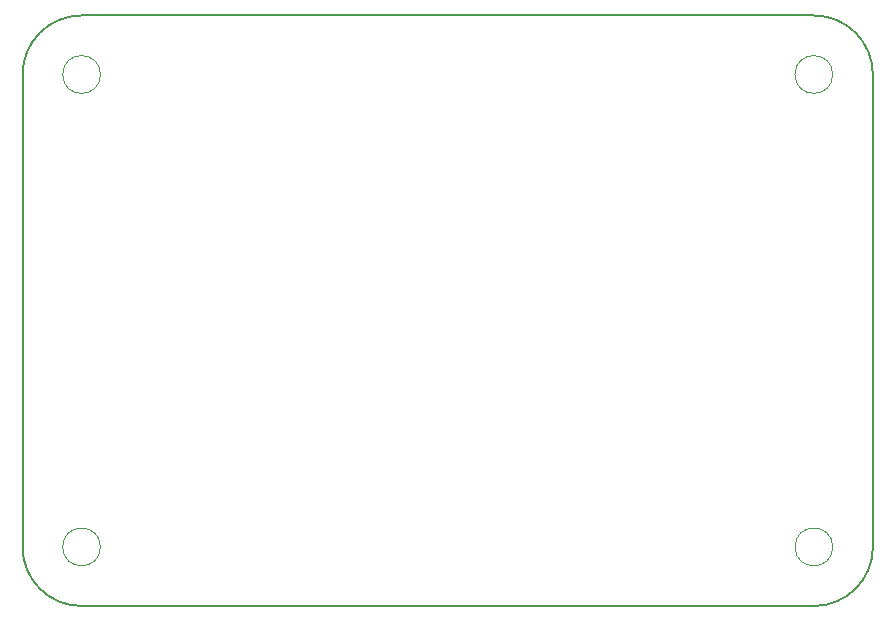
<source format=gm1>
G04 #@! TF.GenerationSoftware,KiCad,Pcbnew,8.0.2*
G04 #@! TF.CreationDate,2024-05-03T17:36:46+02:00*
G04 #@! TF.ProjectId,WLED_Controller_PWM,574c4544-5f43-46f6-9e74-726f6c6c6572,rev?*
G04 #@! TF.SameCoordinates,Original*
G04 #@! TF.FileFunction,Profile,NP*
%FSLAX46Y46*%
G04 Gerber Fmt 4.6, Leading zero omitted, Abs format (unit mm)*
G04 Created by KiCad (PCBNEW 8.0.2) date 2024-05-03 17:36:46*
%MOMM*%
%LPD*%
G01*
G04 APERTURE LIST*
G04 #@! TA.AperFunction,Profile*
%ADD10C,0.200000*%
G04 #@! TD*
G04 #@! TA.AperFunction,Profile*
%ADD11C,0.100000*%
G04 #@! TD*
G04 APERTURE END LIST*
D10*
X72000000Y5000000D02*
X72000000Y45000000D01*
D11*
X68600000Y5000000D02*
G75*
G02*
X65400000Y5000000I-1600000J0D01*
G01*
X65400000Y5000000D02*
G75*
G02*
X68600000Y5000000I1600000J0D01*
G01*
X6600000Y5000000D02*
G75*
G02*
X3400000Y5000000I-1600000J0D01*
G01*
X3400000Y5000000D02*
G75*
G02*
X6600000Y5000000I1600000J0D01*
G01*
D10*
X67000000Y50000000D02*
X5000000Y50000000D01*
D11*
X68600000Y45000000D02*
G75*
G02*
X65400000Y45000000I-1600000J0D01*
G01*
X65400000Y45000000D02*
G75*
G02*
X68600000Y45000000I1600000J0D01*
G01*
D10*
X72000000Y5000000D02*
G75*
G02*
X67000000Y0I-5000000J0D01*
G01*
X0Y45000000D02*
G75*
G02*
X5000000Y50000000I5000001J-1D01*
G01*
X0Y45000000D02*
X0Y5000000D01*
X5000000Y0D02*
X67000000Y0D01*
X67000000Y50000000D02*
G75*
G02*
X72000000Y45000000I0J-5000000D01*
G01*
D11*
X6600000Y45000000D02*
G75*
G02*
X3400000Y45000000I-1600000J0D01*
G01*
X3400000Y45000000D02*
G75*
G02*
X6600000Y45000000I1600000J0D01*
G01*
D10*
X5000000Y0D02*
G75*
G02*
X0Y5000000I0J5000000D01*
G01*
M02*

</source>
